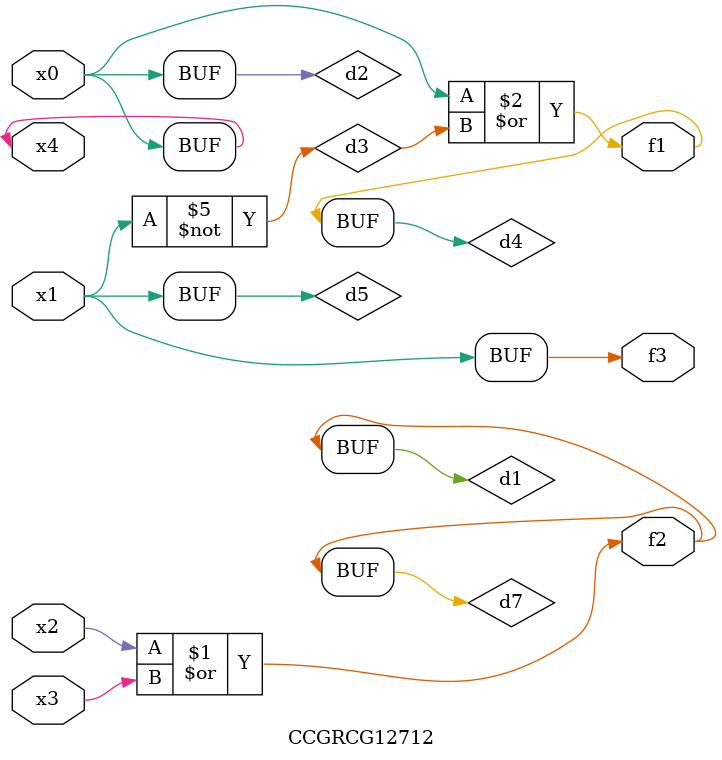
<source format=v>
module CCGRCG12712(
	input x0, x1, x2, x3, x4,
	output f1, f2, f3
);

	wire d1, d2, d3, d4, d5, d6, d7;

	or (d1, x2, x3);
	buf (d2, x0, x4);
	not (d3, x1);
	or (d4, d2, d3);
	not (d5, d3);
	nand (d6, d1, d3);
	or (d7, d1);
	assign f1 = d4;
	assign f2 = d7;
	assign f3 = d5;
endmodule

</source>
